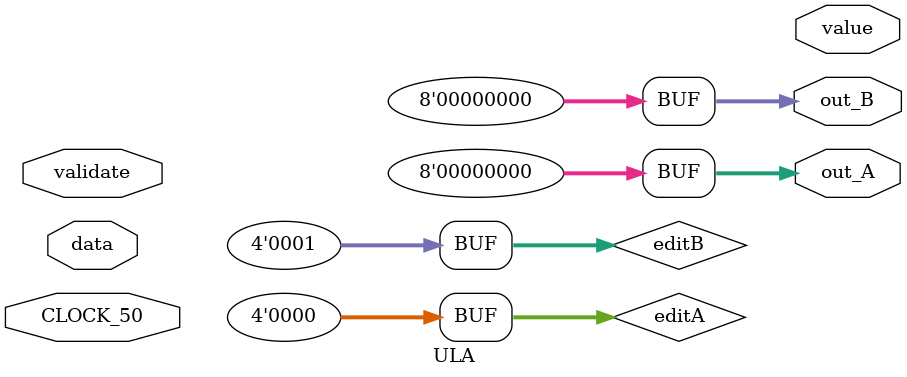
<source format=v>
module ULA(CLOCK_50, data, value, validate, out_A, out_B);
	//Clock padrão de 50Mhz
	input CLOCK_50, validate;
	//Valor de entrada que irá definir as ações da máquina
	input [7:0] data;
	//Valor de saída para o BCD
	output [7:0] value;
	//Possíveis estados para a máquina, além de macros
	parameter [4:0] On_Off = 5'd18, Waiting = 5'd0, Def_A = 5'd15, Def_B = 5'd19, Clear_All = 5'd16, OFF = 0;
	//Valores de A e B 
	reg [7:0] value_A, value_B;
	//saida do A e do B
	output reg [7:0] out_A, out_B;
	//Variável de controle para definir o estado padrão da máquina 
	reg [3:0] state, editB, editA;
	//Variáveis de controle de 1bit que servem como flags ao longo do programa
	reg ON, BCD, dezena_A, unidade_A, unidade_B, dezena_B;
	
	//Inicia as variáveis de controle como 0 e o valor padrão do estado para desligado 
	initial begin
		state = On_Off;
		value_A = 0;
		value_B = 0;
		editA = 4'b0;
		editB = 4'b1;
		ON = 0;
		dezena_A = 0;
		unidade_A = 0;
		dezena_B = 0;
		unidade_B = 0;
		out_A <= value_A;
		out_B <= value_B;
	end

	always @ (posedge validate) begin // begin do clock
		//Caso o bit de controle alcance a placa, inicia a operação de seleção de estado
		case(data) //begin do case(data)
			On_Off: begin
						ON = ~ON;
						//Ligar/Apagar o BCD de alguma maneira
						state = Clear_All; 
					end										
			Def_A: begin
						value_A <= 0;
						unidade_A <= 0;
						dezena_A <= 0;
						state <= editA;
				   end					   
			Def_B: begin
						value_B = 0;
						unidade_B <= 0;
						dezena_B <= 0;
						state <= editB;
				   end					   
			Clear_All: begin
						   value_A <= 0;
						   value_B <= 0;
						   dezena_A <= 0;
						   dezena_B <= 0;
						   unidade_A <= 0;
						   unidade_B <= 0;
					   end
		endcase //end do case(data)
	end //end do clock
	
	always @(posedge CLOCK_50) begin
		case(state) //begin do case(state)
			editA: begin //begin-edit-A
					   if(~unidade_A || ~dezena_A) begin //begin-if
							if(data <= 9) begin
								if(~unidade_A) begin
									value_A <= data;
									unidade_A <= 1;
								end
								else begin
									value_A <= 10 * value_A + data;
									dezena_A <= 1;
								end
							end 
						end //end-if
				   end//end-edit-A
			editB: begin
					if(~unidade_B || ~dezena_B) begin //begin-if
							if(data <= 9) begin
								if(~unidade_B) begin
									value_B <= data;
									unidade_B <= 1;
								end
								else begin
									value_B <= 10 * value_B + data;
									dezena_B <= 1;
								end
							end 
						end //end-if
				   end
		endcase
	end
endmodule 
</source>
